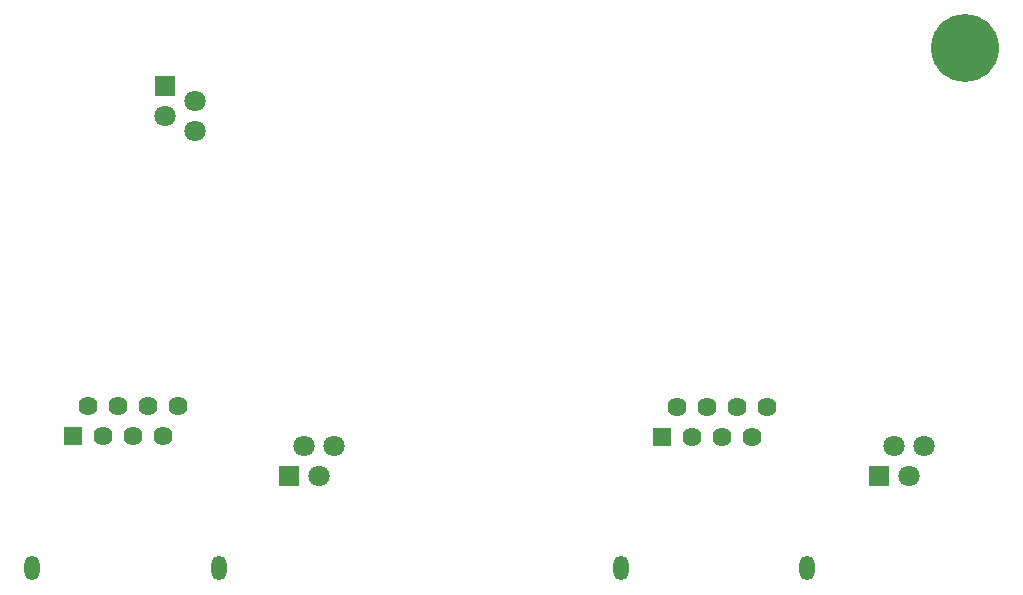
<source format=gbs>
G04*
G04 #@! TF.GenerationSoftware,Altium Limited,Altium Designer,22.6.1 (34)*
G04*
G04 Layer_Color=16711935*
%FSLAX25Y25*%
%MOIN*%
G70*
G04*
G04 #@! TF.SameCoordinates,5978FB97-4CE2-4F40-84F9-A025567A3837*
G04*
G04*
G04 #@! TF.FilePolarity,Negative*
G04*
G01*
G75*
%ADD31C,0.07093*%
%ADD32R,0.07093X0.07093*%
%ADD33R,0.07093X0.07093*%
%ADD34O,0.05118X0.08268*%
%ADD35R,0.06394X0.06394*%
%ADD36C,0.06394*%
%ADD37C,0.22638*%
D31*
X391811Y153701D02*
D03*
X386811Y143701D02*
D03*
X381811Y153701D02*
D03*
X148779Y268622D02*
D03*
X138779Y263622D02*
D03*
X148779Y258622D02*
D03*
X185118Y153701D02*
D03*
X190118Y143701D02*
D03*
X195118Y153701D02*
D03*
D32*
X376811Y143701D02*
D03*
X180118D02*
D03*
D33*
X138779Y273622D02*
D03*
D34*
X290748Y112913D02*
D03*
X352952D02*
D03*
X94489Y113189D02*
D03*
X156693D02*
D03*
D35*
X304350Y156614D02*
D03*
X108091Y156890D02*
D03*
D36*
X309350Y166614D02*
D03*
X314350Y156614D02*
D03*
X319350Y166614D02*
D03*
X324350Y156614D02*
D03*
X329350Y166614D02*
D03*
X334350Y156614D02*
D03*
X339350Y166614D02*
D03*
X113091Y166890D02*
D03*
X118091Y156890D02*
D03*
X123091Y166890D02*
D03*
X128091Y156890D02*
D03*
X133091Y166890D02*
D03*
X138091Y156890D02*
D03*
X143091Y166890D02*
D03*
D37*
X405512Y286417D02*
D03*
M02*

</source>
